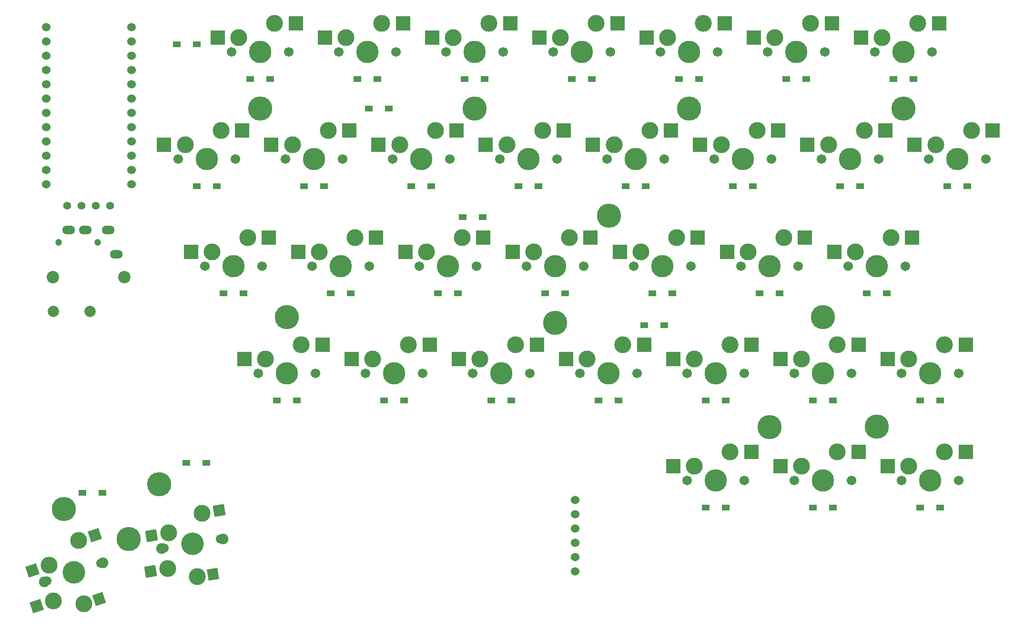
<source format=gbs>
%TF.GenerationSoftware,KiCad,Pcbnew,7.0.10*%
%TF.CreationDate,2024-02-19T14:08:03+09:00*%
%TF.ProjectId,keyball-row-staggered-right,6b657962-616c-46c2-9d72-6f772d737461,rev?*%
%TF.SameCoordinates,Original*%
%TF.FileFunction,Soldermask,Bot*%
%TF.FilePolarity,Negative*%
%FSLAX46Y46*%
G04 Gerber Fmt 4.6, Leading zero omitted, Abs format (unit mm)*
G04 Created by KiCad (PCBNEW 7.0.10) date 2024-02-19 14:08:03*
%MOMM*%
%LPD*%
G01*
G04 APERTURE LIST*
G04 Aperture macros list*
%AMRotRect*
0 Rectangle, with rotation*
0 The origin of the aperture is its center*
0 $1 length*
0 $2 width*
0 $3 Rotation angle, in degrees counterclockwise*
0 Add horizontal line*
21,1,$1,$2,0,0,$3*%
G04 Aperture macros list end*
%ADD10C,4.300000*%
%ADD11C,1.701800*%
%ADD12C,3.000000*%
%ADD13C,3.987800*%
%ADD14R,2.550000X2.500000*%
%ADD15C,1.200000*%
%ADD16O,2.300000X1.500000*%
%ADD17C,1.524000*%
%ADD18C,2.200000*%
%ADD19C,1.900000*%
%ADD20C,1.700000*%
%ADD21C,4.000000*%
%ADD22RotRect,2.000000X2.000000X198.000000*%
%ADD23RotRect,1.900000X2.000000X198.000000*%
%ADD24C,2.000000*%
%ADD25C,1.397000*%
%ADD26RotRect,2.000000X2.000000X189.000000*%
%ADD27RotRect,1.900000X2.000000X189.000000*%
%ADD28R,1.400000X1.000000*%
G04 APERTURE END LIST*
D10*
%TO.C,Ref\u002A\u002A*%
X123825000Y-57658000D03*
%TD*%
D11*
%TO.C,SW25*%
X123507500Y-104775000D03*
D12*
X124777500Y-102235000D03*
D13*
X128587500Y-104775000D03*
D12*
X131127500Y-99695000D03*
D11*
X133667500Y-104775000D03*
D14*
X134877500Y-99695000D03*
X121027500Y-102235000D03*
%TD*%
D15*
%TO.C,J12*%
X49866000Y-81432000D03*
X56866000Y-81432000D03*
D16*
X60166000Y-83582000D03*
X51666000Y-79282000D03*
X54666000Y-79282000D03*
X58666000Y-79282000D03*
%TD*%
D10*
%TO.C,Ref\u002A\u002A*%
X90474800Y-94742000D03*
%TD*%
%TO.C,Ref\u002A\u002A*%
X50800000Y-128900000D03*
%TD*%
D11*
%TO.C,SW22*%
X190182500Y-85725000D03*
D12*
X191452500Y-83185000D03*
D13*
X195262500Y-85725000D03*
D12*
X197802500Y-80645000D03*
D11*
X200342500Y-85725000D03*
D14*
X201552500Y-80645000D03*
X187702500Y-83185000D03*
%TD*%
D11*
%TO.C,SW14*%
X185420000Y-66675000D03*
D12*
X186690000Y-64135000D03*
D13*
X190500000Y-66675000D03*
D12*
X193040000Y-61595000D03*
D11*
X195580000Y-66675000D03*
D14*
X196790000Y-61595000D03*
X182940000Y-64135000D03*
%TD*%
D10*
%TO.C,Ref\u002A\u002A*%
X185730000Y-94760000D03*
%TD*%
%TO.C,Ref\u002A\u002A*%
X147660000Y-76680000D03*
%TD*%
D11*
%TO.C,SW19*%
X133032500Y-85725000D03*
D12*
X134302500Y-83185000D03*
D13*
X138112500Y-85725000D03*
D12*
X140652500Y-80645000D03*
D11*
X143192500Y-85725000D03*
D14*
X144402500Y-80645000D03*
X130552500Y-83185000D03*
%TD*%
D11*
%TO.C,SW12*%
X147320000Y-66675000D03*
D12*
X148590000Y-64135000D03*
D13*
X152400000Y-66675000D03*
D12*
X154940000Y-61595000D03*
D11*
X157480000Y-66675000D03*
D14*
X158690000Y-61595000D03*
X144840000Y-64135000D03*
%TD*%
D17*
%TO.C,J1*%
X141680000Y-127260000D03*
X141680000Y-129800000D03*
X141680000Y-132340000D03*
X141680000Y-134880000D03*
X141680000Y-137420000D03*
X141680000Y-139960000D03*
%TD*%
D10*
%TO.C,Ref\u002A\u002A*%
X200025000Y-57632600D03*
%TD*%
D11*
%TO.C,SW26*%
X142557500Y-104775000D03*
D12*
X143827500Y-102235000D03*
D13*
X147637500Y-104775000D03*
D12*
X150177500Y-99695000D03*
D11*
X152717500Y-104775000D03*
D14*
X153927500Y-99695000D03*
X140077500Y-102235000D03*
%TD*%
D10*
%TO.C,Ref\u002A\u002A*%
X176200000Y-114300000D03*
%TD*%
D11*
%TO.C,SW23*%
X85407500Y-104775000D03*
D12*
X86677500Y-102235000D03*
D13*
X90487500Y-104775000D03*
D12*
X93027500Y-99695000D03*
D11*
X95567500Y-104775000D03*
D14*
X96777500Y-99695000D03*
X82927500Y-102235000D03*
%TD*%
D10*
%TO.C,Ref\u002A\u002A*%
X195250000Y-114240000D03*
%TD*%
D11*
%TO.C,SW3*%
X118745000Y-47625000D03*
D12*
X120015000Y-45085000D03*
D13*
X123825000Y-47625000D03*
D12*
X126365000Y-42545000D03*
D11*
X128905000Y-47625000D03*
D14*
X130115000Y-42545000D03*
X116265000Y-45085000D03*
%TD*%
D18*
%TO.C,REF\u002A\u002A*%
X61601000Y-87630000D03*
%TD*%
D19*
%TO.C,SW30*%
X47343079Y-141811455D03*
D20*
X47742523Y-141681668D03*
D12*
X48961970Y-145175856D03*
X48165462Y-138873533D03*
D21*
X52573890Y-140111862D03*
D12*
X54397090Y-145723095D03*
X53419767Y-134495592D03*
D20*
X57405257Y-138542056D03*
D19*
X57804701Y-138412269D03*
D22*
X46013695Y-146133809D03*
X45226697Y-139828396D03*
D23*
X57060049Y-144857848D03*
D22*
X56330000Y-133550000D03*
%TD*%
D11*
%TO.C,SW20*%
X152082500Y-85725000D03*
D12*
X153352500Y-83185000D03*
D13*
X157162500Y-85725000D03*
D12*
X159702500Y-80645000D03*
D11*
X162242500Y-85725000D03*
D14*
X163452500Y-80645000D03*
X149602500Y-83185000D03*
%TD*%
D11*
%TO.C,SW33*%
X180657500Y-123825000D03*
D12*
X181927500Y-121285000D03*
D13*
X185737500Y-123825000D03*
D12*
X188277500Y-118745000D03*
D11*
X190817500Y-123825000D03*
D14*
X192027500Y-118745000D03*
X178177500Y-121285000D03*
%TD*%
D10*
%TO.C,Ref\u002A\u002A*%
X67790000Y-124490000D03*
%TD*%
D11*
%TO.C,SW9*%
X90170000Y-66675000D03*
D12*
X91440000Y-64135000D03*
D13*
X95250000Y-66675000D03*
D12*
X97790000Y-61595000D03*
D11*
X100330000Y-66675000D03*
D14*
X101540000Y-61595000D03*
X87690000Y-64135000D03*
%TD*%
D11*
%TO.C,SW11*%
X128270000Y-66675000D03*
D12*
X129540000Y-64135000D03*
D13*
X133350000Y-66675000D03*
D12*
X135890000Y-61595000D03*
D11*
X138430000Y-66675000D03*
D14*
X139640000Y-61595000D03*
X125790000Y-64135000D03*
%TD*%
D11*
%TO.C,SW6*%
X175895000Y-47625000D03*
D12*
X177165000Y-45085000D03*
D13*
X180975000Y-47625000D03*
D12*
X183515000Y-42545000D03*
D11*
X186055000Y-47625000D03*
D14*
X187265000Y-42545000D03*
X173415000Y-45085000D03*
%TD*%
D10*
%TO.C,Ref\u002A\u002A*%
X161925000Y-57658000D03*
%TD*%
D17*
%TO.C,U1*%
X62873000Y-43180000D03*
X62873000Y-45720000D03*
X62873000Y-48260000D03*
X62873000Y-50800000D03*
X62873000Y-53340000D03*
X62873000Y-55880000D03*
X62873000Y-58420000D03*
X62873000Y-60960000D03*
X62873000Y-63500000D03*
X62873000Y-66040000D03*
X62873000Y-68580000D03*
X62873000Y-71120000D03*
X47653000Y-71120000D03*
X47653000Y-68580000D03*
X47653000Y-66040000D03*
X47653000Y-63500000D03*
X47653000Y-60960000D03*
X47653000Y-58420000D03*
X47653000Y-55880000D03*
X47653000Y-53340000D03*
X47653000Y-50800000D03*
X47653000Y-48260000D03*
X47653000Y-45720000D03*
X47653000Y-43180000D03*
%TD*%
D11*
%TO.C,SW29*%
X199707500Y-104775000D03*
D12*
X200977500Y-102235000D03*
D13*
X204787500Y-104775000D03*
D12*
X207327500Y-99695000D03*
D11*
X209867500Y-104775000D03*
D14*
X211077500Y-99695000D03*
X197227500Y-102235000D03*
%TD*%
D11*
%TO.C,SW21*%
X171132500Y-85725000D03*
D12*
X172402500Y-83185000D03*
D13*
X176212500Y-85725000D03*
D12*
X178752500Y-80645000D03*
D11*
X181292500Y-85725000D03*
D14*
X182502500Y-80645000D03*
X168652500Y-83185000D03*
%TD*%
D24*
%TO.C,SW_RESET1*%
X55453000Y-93726000D03*
X48953000Y-93726000D03*
%TD*%
D11*
%TO.C,SW32*%
X161607500Y-123825000D03*
D12*
X162877500Y-121285000D03*
D13*
X166687500Y-123825000D03*
D12*
X169227500Y-118745000D03*
D11*
X171767500Y-123825000D03*
D14*
X172977500Y-118745000D03*
X159127500Y-121285000D03*
%TD*%
D11*
%TO.C,SW1*%
X80645000Y-47625000D03*
D12*
X81915000Y-45085000D03*
D13*
X85725000Y-47625000D03*
D12*
X88265000Y-42545000D03*
D11*
X90805000Y-47625000D03*
D14*
X92015000Y-42545000D03*
X78165000Y-45085000D03*
%TD*%
D11*
%TO.C,SW10*%
X109220000Y-66675000D03*
D12*
X110490000Y-64135000D03*
D13*
X114300000Y-66675000D03*
D12*
X116840000Y-61595000D03*
D11*
X119380000Y-66675000D03*
D14*
X120590000Y-61595000D03*
X106740000Y-64135000D03*
%TD*%
D25*
%TO.C,OL1*%
X51440600Y-74930000D03*
X53980600Y-74930000D03*
X56520600Y-74930000D03*
X59060600Y-74930000D03*
%TD*%
D18*
%TO.C,REF\u002A\u002A*%
X48901000Y-87630000D03*
%TD*%
D11*
%TO.C,SW13*%
X166370000Y-66675000D03*
D12*
X167640000Y-64135000D03*
D13*
X171450000Y-66675000D03*
D12*
X173990000Y-61595000D03*
D11*
X176530000Y-66675000D03*
D14*
X177740000Y-61595000D03*
X163890000Y-64135000D03*
%TD*%
D11*
%TO.C,SW16*%
X75882500Y-85725000D03*
D12*
X77152500Y-83185000D03*
D13*
X80962500Y-85725000D03*
D12*
X83502500Y-80645000D03*
D11*
X86042500Y-85725000D03*
D14*
X87252500Y-80645000D03*
X73402500Y-83185000D03*
%TD*%
D11*
%TO.C,SW28*%
X180657500Y-104775000D03*
D12*
X181927500Y-102235000D03*
D13*
X185737500Y-104775000D03*
D12*
X188277500Y-99695000D03*
D11*
X190817500Y-104775000D03*
D14*
X192027500Y-99695000D03*
X178177500Y-102235000D03*
%TD*%
D11*
%TO.C,SW18*%
X113982500Y-85725000D03*
D12*
X115252500Y-83185000D03*
D13*
X119062500Y-85725000D03*
D12*
X121602500Y-80645000D03*
D11*
X124142500Y-85725000D03*
D14*
X125352500Y-80645000D03*
X111502500Y-83185000D03*
%TD*%
D11*
%TO.C,SW24*%
X104457500Y-104775000D03*
D12*
X105727500Y-102235000D03*
D13*
X109537500Y-104775000D03*
D12*
X112077500Y-99695000D03*
D11*
X114617500Y-104775000D03*
D14*
X115827500Y-99695000D03*
X101977500Y-102235000D03*
%TD*%
D11*
%TO.C,SW5*%
X156845000Y-47625000D03*
D12*
X158115000Y-45085000D03*
D13*
X161925000Y-47625000D03*
D12*
X164465000Y-42545000D03*
D11*
X167005000Y-47625000D03*
D14*
X168215000Y-42545000D03*
X154365000Y-45085000D03*
%TD*%
D11*
%TO.C,SW4*%
X137795000Y-47625000D03*
D12*
X139065000Y-45085000D03*
D13*
X142875000Y-47625000D03*
D12*
X145415000Y-42545000D03*
D11*
X147955000Y-47625000D03*
D14*
X149165000Y-42545000D03*
X135315000Y-45085000D03*
%TD*%
D10*
%TO.C,Ref\u002A\u002A*%
X85725000Y-57658000D03*
%TD*%
D11*
%TO.C,SW27*%
X161607500Y-104775000D03*
D12*
X162877500Y-102235000D03*
D13*
X166687500Y-104775000D03*
D12*
X169227500Y-99695000D03*
D11*
X171767500Y-104775000D03*
D14*
X172977500Y-99695000D03*
X159127500Y-102235000D03*
%TD*%
D10*
%TO.C,Ref\u002A\u002A*%
X138125200Y-95732600D03*
%TD*%
D11*
%TO.C,SW8*%
X71120000Y-66675000D03*
D12*
X72390000Y-64135000D03*
D13*
X76200000Y-66675000D03*
D12*
X78740000Y-61595000D03*
D11*
X81280000Y-66675000D03*
D14*
X82490000Y-61595000D03*
X68640000Y-64135000D03*
%TD*%
D11*
%TO.C,SW17*%
X94932500Y-85725000D03*
D12*
X96202500Y-83185000D03*
D13*
X100012500Y-85725000D03*
D12*
X102552500Y-80645000D03*
D11*
X105092500Y-85725000D03*
D14*
X106302500Y-80645000D03*
X92452500Y-83185000D03*
%TD*%
D11*
%TO.C,SW34*%
X199707500Y-123825000D03*
D12*
X200977500Y-121285000D03*
D13*
X204787500Y-123825000D03*
D12*
X207327500Y-118745000D03*
D11*
X209867500Y-123825000D03*
D14*
X211077500Y-118745000D03*
X197227500Y-121285000D03*
%TD*%
D11*
%TO.C,SW7*%
X194945000Y-47625000D03*
D12*
X196215000Y-45085000D03*
D13*
X200025000Y-47625000D03*
D12*
X202565000Y-42545000D03*
D11*
X205105000Y-47625000D03*
D14*
X206315000Y-42545000D03*
X192465000Y-45085000D03*
%TD*%
D10*
%TO.C,Ref\u002A\u002A*%
X62330000Y-134250000D03*
%TD*%
D11*
%TO.C,SW2*%
X99695000Y-47625000D03*
D12*
X100965000Y-45085000D03*
D13*
X104775000Y-47625000D03*
D12*
X107315000Y-42545000D03*
D11*
X109855000Y-47625000D03*
D14*
X111065000Y-42545000D03*
X97215000Y-45085000D03*
%TD*%
D19*
%TO.C,SW31*%
X68217348Y-135903771D03*
D20*
X68632177Y-135838068D03*
D12*
X69290000Y-139480000D03*
X69489198Y-133130668D03*
D21*
X73649634Y-135043381D03*
D12*
X74572597Y-140870742D03*
X75363675Y-129628581D03*
D20*
X78667091Y-134248694D03*
D19*
X79081920Y-134182991D03*
D26*
X66228166Y-139964947D03*
X66437241Y-133614050D03*
D27*
X77338125Y-140432726D03*
D26*
X78386002Y-129149891D03*
%TD*%
D11*
%TO.C,SW15*%
X204470000Y-66675000D03*
D12*
X205740000Y-64135000D03*
D13*
X209550000Y-66675000D03*
D12*
X212090000Y-61595000D03*
D11*
X214630000Y-66675000D03*
D14*
X215840000Y-61595000D03*
X201990000Y-64135000D03*
%TD*%
D28*
%TO.C,D12*%
X154175000Y-71437500D03*
X150625000Y-71437500D03*
%TD*%
%TO.C,D15*%
X211325000Y-71437500D03*
X207775000Y-71437500D03*
%TD*%
%TO.C,D9*%
X97025000Y-71437500D03*
X93475000Y-71437500D03*
%TD*%
%TO.C,D35*%
X74419000Y-46228000D03*
X70869000Y-46228000D03*
%TD*%
%TO.C,D20*%
X158937500Y-90487500D03*
X155387500Y-90487500D03*
%TD*%
%TO.C,D1*%
X87500000Y-52387500D03*
X83950000Y-52387500D03*
%TD*%
%TO.C,D3*%
X125600000Y-52387500D03*
X122050000Y-52387500D03*
%TD*%
%TO.C,D2*%
X106550000Y-52387500D03*
X103000000Y-52387500D03*
%TD*%
%TO.C,D30*%
X57655000Y-125984000D03*
X54105000Y-125984000D03*
%TD*%
%TO.C,D32*%
X168462500Y-128587500D03*
X164912500Y-128587500D03*
%TD*%
%TO.C,D6*%
X182750000Y-52387500D03*
X179200000Y-52387500D03*
%TD*%
%TO.C,D5*%
X163700000Y-52387500D03*
X160150000Y-52387500D03*
%TD*%
%TO.C,D24*%
X111312500Y-109537500D03*
X107762500Y-109537500D03*
%TD*%
%TO.C,D33*%
X187512500Y-128587500D03*
X183962500Y-128587500D03*
%TD*%
%TO.C,D29*%
X206562500Y-109537500D03*
X203012500Y-109537500D03*
%TD*%
%TO.C,D36*%
X108582000Y-57658000D03*
X105032000Y-57658000D03*
%TD*%
%TO.C,D13*%
X173225000Y-71437500D03*
X169675000Y-71437500D03*
%TD*%
%TO.C,D25*%
X130362500Y-109537500D03*
X126812500Y-109537500D03*
%TD*%
%TO.C,D16*%
X82737500Y-90487500D03*
X79187500Y-90487500D03*
%TD*%
%TO.C,D7*%
X201800000Y-52387500D03*
X198250000Y-52387500D03*
%TD*%
%TO.C,D31*%
X76165000Y-120650000D03*
X72615000Y-120650000D03*
%TD*%
%TO.C,D14*%
X192275000Y-71437500D03*
X188725000Y-71437500D03*
%TD*%
%TO.C,D34*%
X206562500Y-128587500D03*
X203012500Y-128587500D03*
%TD*%
%TO.C,D27*%
X168462500Y-109537500D03*
X164912500Y-109537500D03*
%TD*%
%TO.C,D18*%
X120837500Y-90487500D03*
X117287500Y-90487500D03*
%TD*%
%TO.C,D26*%
X149412500Y-109537500D03*
X145862500Y-109537500D03*
%TD*%
%TO.C,D38*%
X157527800Y-96164400D03*
X153977800Y-96164400D03*
%TD*%
%TO.C,D22*%
X197037500Y-90487500D03*
X193487500Y-90487500D03*
%TD*%
%TO.C,D11*%
X135125000Y-71437500D03*
X131575000Y-71437500D03*
%TD*%
%TO.C,D19*%
X139887500Y-90487500D03*
X136337500Y-90487500D03*
%TD*%
%TO.C,D37*%
X125219000Y-76962000D03*
X121669000Y-76962000D03*
%TD*%
%TO.C,D21*%
X177987500Y-90487500D03*
X174437500Y-90487500D03*
%TD*%
%TO.C,D23*%
X92262500Y-109537500D03*
X88712500Y-109537500D03*
%TD*%
%TO.C,D8*%
X77975000Y-71437500D03*
X74425000Y-71437500D03*
%TD*%
%TO.C,D17*%
X101787500Y-90487500D03*
X98237500Y-90487500D03*
%TD*%
%TO.C,D10*%
X116075000Y-71437500D03*
X112525000Y-71437500D03*
%TD*%
%TO.C,D28*%
X187512500Y-109537500D03*
X183962500Y-109537500D03*
%TD*%
%TO.C,D4*%
X144650000Y-52387500D03*
X141100000Y-52387500D03*
%TD*%
M02*

</source>
